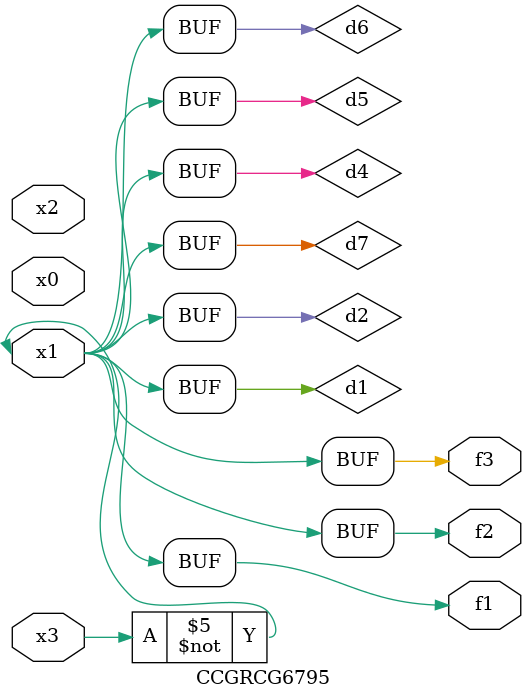
<source format=v>
module CCGRCG6795(
	input x0, x1, x2, x3,
	output f1, f2, f3
);

	wire d1, d2, d3, d4, d5, d6, d7;

	not (d1, x3);
	buf (d2, x1);
	xnor (d3, d1, d2);
	nor (d4, d1);
	buf (d5, d1, d2);
	buf (d6, d4, d5);
	nand (d7, d4);
	assign f1 = d6;
	assign f2 = d7;
	assign f3 = d6;
endmodule

</source>
